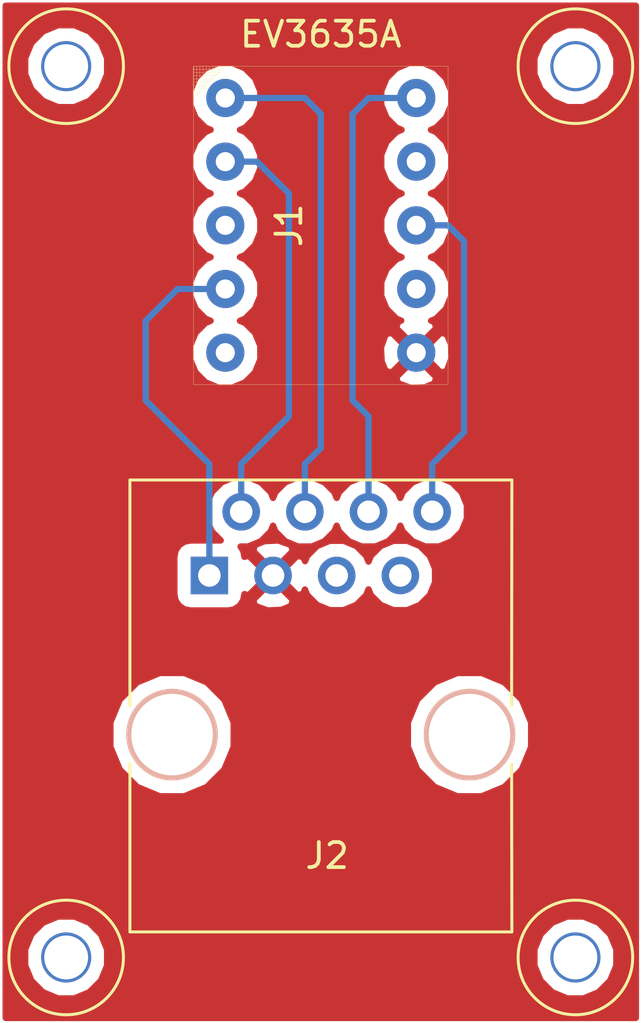
<source format=kicad_pcb>
(kicad_pcb (version 4) (host pcbnew 4.0.6-e0-6349~53~ubuntu16.04.1)

  (general
    (links 0)
    (no_connects 6)
    (area 139.414999 79.797 165.385001 123.455)
    (thickness 1.6)
    (drawings 4)
    (tracks 25)
    (zones 0)
    (modules 6)
    (nets 13)
  )

  (page A4)
  (layers
    (0 F.Cu signal)
    (31 B.Cu signal)
    (32 B.Adhes user)
    (33 F.Adhes user)
    (34 B.Paste user)
    (35 F.Paste user)
    (36 B.SilkS user)
    (37 F.SilkS user)
    (38 B.Mask user)
    (39 F.Mask user)
    (40 Dwgs.User user)
    (41 Cmts.User user)
    (42 Eco1.User user)
    (43 Eco2.User user)
    (44 Edge.Cuts user)
    (45 Margin user)
    (46 B.CrtYd user)
    (47 F.CrtYd user)
    (48 B.Fab user)
    (49 F.Fab user)
  )

  (setup
    (last_trace_width 0.25)
    (trace_clearance 0.2)
    (zone_clearance 0.508)
    (zone_45_only no)
    (trace_min 0.2)
    (segment_width 0.2)
    (edge_width 0.15)
    (via_size 0.6)
    (via_drill 0.4)
    (via_min_size 0.4)
    (via_min_drill 0.3)
    (uvia_size 0.3)
    (uvia_drill 0.1)
    (uvias_allowed no)
    (uvia_min_size 0.2)
    (uvia_min_drill 0.1)
    (pcb_text_width 0.3)
    (pcb_text_size 1.5 1.5)
    (mod_edge_width 0.15)
    (mod_text_size 1 1)
    (mod_text_width 0.15)
    (pad_size 2 2)
    (pad_drill 1.75)
    (pad_to_mask_clearance 0.2)
    (aux_axis_origin 0 0)
    (visible_elements FFFFFF7F)
    (pcbplotparams
      (layerselection 0x00030_80000001)
      (usegerberextensions false)
      (excludeedgelayer true)
      (linewidth 0.100000)
      (plotframeref false)
      (viasonmask false)
      (mode 1)
      (useauxorigin false)
      (hpglpennumber 1)
      (hpglpenspeed 20)
      (hpglpendiameter 15)
      (hpglpenoverlay 2)
      (psnegative false)
      (psa4output false)
      (plotreference true)
      (plotvalue true)
      (plotinvisibletext false)
      (padsonsilk false)
      (subtractmaskfromsilk false)
      (outputformat 1)
      (mirror false)
      (drillshape 1)
      (scaleselection 1)
      (outputdirectory ""))
  )

  (net 0 "")
  (net 1 "SDO(MISO)")
  (net 2 "SCS(CSN)(SS)")
  (net 3 TEST)
  (net 4 DVDD)
  (net 5 AVDD)
  (net 6 GND)
  (net 7 VPP)
  (net 8 "SDA(MOSI)")
  (net 9 INT)
  (net 10 "SCL(SCK)")
  (net 11 "Net-(J2-Pad5)")
  (net 12 "Net-(J2-Pad7)")

  (net_class Default "This is the default net class."
    (clearance 0.2)
    (trace_width 0.25)
    (via_dia 0.6)
    (via_drill 0.4)
    (uvia_dia 0.3)
    (uvia_drill 0.1)
    (add_net AVDD)
    (add_net DVDD)
    (add_net GND)
    (add_net INT)
    (add_net "Net-(J2-Pad5)")
    (add_net "Net-(J2-Pad7)")
    (add_net "SCL(SCK)")
    (add_net "SCS(CSN)(SS)")
    (add_net "SDA(MOSI)")
    (add_net "SDO(MISO)")
    (add_net TEST)
    (add_net VPP)
  )

  (module Connect:1pin (layer F.Cu) (tedit 58C46AAD) (tstamp 58C471D5)
    (at 162.56 119.38)
    (descr "module 1 pin (ou trou mecanique de percage)")
    (tags DEV)
    (fp_text reference REF** (at 0 -3.048) (layer F.SilkS) hide
      (effects (font (size 1 1) (thickness 0.15)))
    )
    (fp_text value 1pin (at 0 3) (layer F.Fab) hide
      (effects (font (size 1 1) (thickness 0.15)))
    )
    (fp_circle (center 0 0) (end 2 0.8) (layer F.Fab) (width 0.1))
    (fp_circle (center 0 0) (end 2.6 0) (layer F.CrtYd) (width 0.05))
    (fp_circle (center 0 0) (end 0 -2.286) (layer F.SilkS) (width 0.12))
    (pad "" np_thru_hole circle (at 0 0) (size 2 2) (drill 1.75) (layers *.Cu *.Mask))
  )

  (module Connect:1pin (layer F.Cu) (tedit 58C46AAD) (tstamp 58C471D1)
    (at 142.24 119.38)
    (descr "module 1 pin (ou trou mecanique de percage)")
    (tags DEV)
    (fp_text reference REF** (at 0 -3.048) (layer F.SilkS) hide
      (effects (font (size 1 1) (thickness 0.15)))
    )
    (fp_text value 1pin (at 0 3) (layer F.Fab) hide
      (effects (font (size 1 1) (thickness 0.15)))
    )
    (fp_circle (center 0 0) (end 2 0.8) (layer F.Fab) (width 0.1))
    (fp_circle (center 0 0) (end 2.6 0) (layer F.CrtYd) (width 0.05))
    (fp_circle (center 0 0) (end 0 -2.286) (layer F.SilkS) (width 0.12))
    (pad "" np_thru_hole circle (at 0 0) (size 2 2) (drill 1.75) (layers *.Cu *.Mask))
  )

  (module Connect:1pin (layer F.Cu) (tedit 58C46AAD) (tstamp 58C471CD)
    (at 162.56 83.82)
    (descr "module 1 pin (ou trou mecanique de percage)")
    (tags DEV)
    (fp_text reference REF** (at 0 -3.048) (layer F.SilkS) hide
      (effects (font (size 1 1) (thickness 0.15)))
    )
    (fp_text value 1pin (at 0 3) (layer F.Fab) hide
      (effects (font (size 1 1) (thickness 0.15)))
    )
    (fp_circle (center 0 0) (end 2 0.8) (layer F.Fab) (width 0.1))
    (fp_circle (center 0 0) (end 2.6 0) (layer F.CrtYd) (width 0.05))
    (fp_circle (center 0 0) (end 0 -2.286) (layer F.SilkS) (width 0.12))
    (pad "" np_thru_hole circle (at 0 0) (size 2 2) (drill 1.75) (layers *.Cu *.Mask))
  )

  (module Connect:RJ45_8 (layer F.Cu) (tedit 0) (tstamp 58C46A5E)
    (at 147.955 104.14)
    (tags RJ45)
    (path /58C46065)
    (fp_text reference J2 (at 4.7 11.18) (layer F.SilkS)
      (effects (font (size 1 1) (thickness 0.15)))
    )
    (fp_text value RJ45 (at 4.59 6.25) (layer F.Fab)
      (effects (font (size 1 1) (thickness 0.15)))
    )
    (fp_line (start -3.17 14.22) (end 12.07 14.22) (layer F.SilkS) (width 0.12))
    (fp_line (start 12.07 -3.81) (end 12.06 5.18) (layer F.SilkS) (width 0.12))
    (fp_line (start 12.07 -3.81) (end -3.17 -3.81) (layer F.SilkS) (width 0.12))
    (fp_line (start -3.17 -3.81) (end -3.17 5.19) (layer F.SilkS) (width 0.12))
    (fp_line (start 12.06 7.52) (end 12.07 14.22) (layer F.SilkS) (width 0.12))
    (fp_line (start -3.17 7.51) (end -3.17 14.22) (layer F.SilkS) (width 0.12))
    (fp_line (start -3.56 -4.06) (end 12.46 -4.06) (layer F.CrtYd) (width 0.05))
    (fp_line (start -3.56 -4.06) (end -3.56 14.47) (layer F.CrtYd) (width 0.05))
    (fp_line (start 12.46 14.47) (end 12.46 -4.06) (layer F.CrtYd) (width 0.05))
    (fp_line (start 12.46 14.47) (end -3.56 14.47) (layer F.CrtYd) (width 0.05))
    (pad Hole np_thru_hole circle (at 10.38 6.35) (size 3.65 3.65) (drill 3.25) (layers *.Cu *.SilkS *.Mask))
    (pad Hole np_thru_hole circle (at -1.49 6.35) (size 3.65 3.65) (drill 3.25) (layers *.Cu *.SilkS *.Mask))
    (pad 1 thru_hole rect (at 0 0) (size 1.5 1.5) (drill 0.9) (layers *.Cu *.Mask)
      (net 4 DVDD))
    (pad 2 thru_hole circle (at 1.27 -2.54) (size 1.5 1.5) (drill 0.9) (layers *.Cu *.Mask)
      (net 2 "SCS(CSN)(SS)"))
    (pad 3 thru_hole circle (at 2.54 0) (size 1.5 1.5) (drill 0.9) (layers *.Cu *.Mask)
      (net 6 GND))
    (pad 4 thru_hole circle (at 3.81 -2.54) (size 1.5 1.5) (drill 0.9) (layers *.Cu *.Mask)
      (net 1 "SDO(MISO)"))
    (pad 5 thru_hole circle (at 5.08 0) (size 1.5 1.5) (drill 0.9) (layers *.Cu *.Mask)
      (net 11 "Net-(J2-Pad5)"))
    (pad 6 thru_hole circle (at 6.35 -2.54) (size 1.5 1.5) (drill 0.9) (layers *.Cu *.Mask)
      (net 10 "SCL(SCK)"))
    (pad 7 thru_hole circle (at 7.62 0) (size 1.5 1.5) (drill 0.9) (layers *.Cu *.Mask)
      (net 12 "Net-(J2-Pad7)"))
    (pad 8 thru_hole circle (at 8.89 -2.54) (size 1.5 1.5) (drill 0.9) (layers *.Cu *.Mask)
      (net 8 "SDA(MOSI)"))
    (model Connectors.3dshapes/RJ45_8.wrl
      (at (xyz 0.18 -0.25 0))
      (scale (xyz 0.4 0.4 0.4))
      (rotate (xyz 0 0 0))
    )
  )

  (module SeniorDesignFootprints:EV3635A (layer F.Cu) (tedit 58C4695B) (tstamp 58C4713E)
    (at 153.67 90.17)
    (descr 9)
    (path /58C45E17)
    (fp_text reference J1 (at -2.54 0 90) (layer F.SilkS)
      (effects (font (size 1 1) (thickness 0.15)))
    )
    (fp_text value EV3635A (at -1.27 -7.62) (layer F.SilkS)
      (effects (font (size 1 1) (thickness 0.15)))
    )
    (fp_line (start -6.35 -5.207) (end -6.35 -5.08) (layer F.SilkS) (width 0.01))
    (fp_line (start -6.223 -5.207) (end -6.35 -5.207) (layer F.SilkS) (width 0.01))
    (fp_line (start -6.096 -5.334) (end -6.223 -5.207) (layer F.SilkS) (width 0.01))
    (fp_line (start -6.35 -5.334) (end -6.096 -5.334) (layer F.SilkS) (width 0.01))
    (fp_line (start -6.35 -5.461) (end -6.35 -5.334) (layer F.SilkS) (width 0.01))
    (fp_line (start -5.969 -5.461) (end -6.35 -5.461) (layer F.SilkS) (width 0.01))
    (fp_line (start -5.842 -5.588) (end -5.969 -5.461) (layer F.SilkS) (width 0.01))
    (fp_line (start -6.35 -5.588) (end -5.842 -5.588) (layer F.SilkS) (width 0.01))
    (fp_line (start -6.35 -5.715) (end -6.35 -5.588) (layer F.SilkS) (width 0.01))
    (fp_line (start -5.715 -5.715) (end -6.35 -5.715) (layer F.SilkS) (width 0.01))
    (fp_line (start -5.588 -5.842) (end -5.715 -5.715) (layer F.SilkS) (width 0.01))
    (fp_line (start -6.35 -5.842) (end -5.588 -5.842) (layer F.SilkS) (width 0.01))
    (fp_line (start -6.35 -5.969) (end -6.35 -5.842) (layer F.SilkS) (width 0.01))
    (fp_line (start -5.461 -5.969) (end -6.35 -5.969) (layer F.SilkS) (width 0.01))
    (fp_line (start -5.334 -6.096) (end -5.461 -5.969) (layer F.SilkS) (width 0.01))
    (fp_line (start -6.35 -6.096) (end -5.334 -6.096) (layer F.SilkS) (width 0.01))
    (fp_line (start -6.35 -6.223) (end -6.35 -6.096) (layer F.SilkS) (width 0.01))
    (fp_line (start -5.207 -6.223) (end -6.35 -6.223) (layer F.SilkS) (width 0.01))
    (fp_line (start -5.207 -6.35) (end -5.207 -6.223) (layer F.SilkS) (width 0.01))
    (fp_line (start -5.334 -6.35) (end -5.207 -6.35) (layer F.SilkS) (width 0.01))
    (fp_line (start -5.334 -6.096) (end -5.334 -6.35) (layer F.SilkS) (width 0.01))
    (fp_line (start -5.461 -5.969) (end -5.334 -6.096) (layer F.SilkS) (width 0.01))
    (fp_line (start -5.461 -6.35) (end -5.461 -5.969) (layer F.SilkS) (width 0.01))
    (fp_line (start -5.588 -6.35) (end -5.461 -6.35) (layer F.SilkS) (width 0.01))
    (fp_line (start -5.588 -5.842) (end -5.588 -6.35) (layer F.SilkS) (width 0.01))
    (fp_line (start -5.715 -5.715) (end -5.588 -5.842) (layer F.SilkS) (width 0.01))
    (fp_line (start -5.715 -6.35) (end -5.715 -5.715) (layer F.SilkS) (width 0.01))
    (fp_line (start -5.842 -6.35) (end -5.715 -6.35) (layer F.SilkS) (width 0.01))
    (fp_line (start -5.842 -5.588) (end -5.842 -6.35) (layer F.SilkS) (width 0.01))
    (fp_line (start -5.969 -5.461) (end -5.842 -5.588) (layer F.SilkS) (width 0.01))
    (fp_line (start -5.969 -6.35) (end -5.969 -5.461) (layer F.SilkS) (width 0.01))
    (fp_line (start -6.096 -6.35) (end -5.969 -6.35) (layer F.SilkS) (width 0.01))
    (fp_line (start -6.096 -5.334) (end -6.096 -6.35) (layer F.SilkS) (width 0.01))
    (fp_line (start -6.223 -5.207) (end -6.096 -5.334) (layer F.SilkS) (width 0.01))
    (fp_line (start -6.223 -6.35) (end -6.223 -5.207) (layer F.SilkS) (width 0.01))
    (fp_line (start -6.35 -6.35) (end -6.223 -6.35) (layer F.SilkS) (width 0.01))
    (fp_line (start -6.35 -5.08) (end -6.35 -6.35) (layer F.SilkS) (width 0.01))
    (fp_line (start -5.08 -6.35) (end -6.35 -5.08) (layer F.SilkS) (width 0.01))
    (fp_line (start -6.35 -5.08) (end -6.35 -6.35) (layer F.SilkS) (width 0.01))
    (fp_line (start -6.35 -6.35) (end -5.08 -6.35) (layer F.SilkS) (width 0.01))
    (fp_line (start -6.35 -6.35) (end -6.35 6.35) (layer F.SilkS) (width 0.01))
    (fp_line (start -6.35 6.35) (end 3.81 6.35) (layer F.SilkS) (width 0.01))
    (fp_line (start 3.81 6.35) (end 3.81 -6.35) (layer F.SilkS) (width 0.01))
    (fp_line (start 3.81 -6.35) (end -6.35 -6.35) (layer F.SilkS) (width 0.01))
    (pad 1 thru_hole circle (at -5.08 -5.08) (size 1.524 1.524) (drill 0.762) (layers *.Cu *.Mask)
      (net 1 "SDO(MISO)"))
    (pad 2 thru_hole circle (at -5.08 -2.54) (size 1.524 1.524) (drill 0.762) (layers *.Cu *.Mask)
      (net 2 "SCS(CSN)(SS)"))
    (pad 3 thru_hole circle (at -5.08 0) (size 1.524 1.524) (drill 0.762) (layers *.Cu *.Mask)
      (net 3 TEST))
    (pad 4 thru_hole circle (at -5.08 2.54) (size 1.524 1.524) (drill 0.762) (layers *.Cu *.Mask)
      (net 4 DVDD))
    (pad 5 thru_hole circle (at -5.08 5.08) (size 1.524 1.524) (drill 0.762) (layers *.Cu *.Mask)
      (net 5 AVDD))
    (pad 6 thru_hole circle (at 2.54 5.08) (size 1.524 1.524) (drill 0.762) (layers *.Cu *.Mask)
      (net 6 GND))
    (pad 7 thru_hole circle (at 2.54 2.54) (size 1.524 1.524) (drill 0.762) (layers *.Cu *.Mask)
      (net 7 VPP))
    (pad 8 thru_hole circle (at 2.54 0) (size 1.524 1.524) (drill 0.762) (layers *.Cu *.Mask)
      (net 8 "SDA(MOSI)"))
    (pad 9 thru_hole circle (at 2.54 -2.54) (size 1.524 1.524) (drill 0.762) (layers *.Cu *.Mask)
      (net 9 INT))
    (pad 10 thru_hole circle (at 2.54 -5.08) (size 1.524 1.524) (drill 0.762) (layers *.Cu *.Mask)
      (net 10 "SCL(SCK)"))
  )

  (module Connect:1pin (layer F.Cu) (tedit 58C46AAD) (tstamp 58C471B7)
    (at 142.24 83.82)
    (descr "module 1 pin (ou trou mecanique de percage)")
    (tags DEV)
    (fp_text reference REF** (at 0 -3.048) (layer F.SilkS) hide
      (effects (font (size 1 1) (thickness 0.15)))
    )
    (fp_text value 1pin (at 0 3) (layer F.Fab) hide
      (effects (font (size 1 1) (thickness 0.15)))
    )
    (fp_circle (center 0 0) (end 2 0.8) (layer F.Fab) (width 0.1))
    (fp_circle (center 0 0) (end 2.6 0) (layer F.CrtYd) (width 0.05))
    (fp_circle (center 0 0) (end 0 -2.286) (layer F.SilkS) (width 0.12))
    (pad "" np_thru_hole circle (at 0 0) (size 2 2) (drill 1.75) (layers *.Cu *.Mask))
  )

  (gr_line (start 165.1 81.28) (end 139.7 81.28) (angle 90) (layer Dwgs.User) (width 0.2))
  (gr_line (start 165.1 121.92) (end 165.1 81.28) (angle 90) (layer Dwgs.User) (width 0.2))
  (gr_line (start 139.7 121.92) (end 165.1 121.92) (angle 90) (layer Dwgs.User) (width 0.2))
  (gr_line (start 139.7 81.28) (end 139.7 121.92) (angle 90) (layer Dwgs.User) (width 0.2))

  (segment (start 148.59 85.09) (end 151.765 85.09) (width 0.25) (layer B.Cu) (net 1))
  (segment (start 151.765 85.09) (end 152.4 85.725) (width 0.25) (layer B.Cu) (net 1))
  (segment (start 152.4 85.725) (end 152.4 99.06) (width 0.25) (layer B.Cu) (net 1))
  (segment (start 152.4 99.06) (end 151.765 99.695) (width 0.25) (layer B.Cu) (net 1))
  (segment (start 151.765 99.695) (end 151.765 101.6) (width 0.25) (layer B.Cu) (net 1))
  (segment (start 149.225 101.6) (end 149.225 99.695) (width 0.25) (layer B.Cu) (net 2))
  (segment (start 149.225 99.695) (end 151.13 97.79) (width 0.25) (layer B.Cu) (net 2))
  (segment (start 151.13 97.79) (end 151.13 88.9) (width 0.25) (layer B.Cu) (net 2))
  (segment (start 151.13 88.9) (end 149.86 87.63) (width 0.25) (layer B.Cu) (net 2))
  (segment (start 149.86 87.63) (end 148.59 87.63) (width 0.25) (layer B.Cu) (net 2))
  (segment (start 147.955 104.14) (end 147.955 99.695) (width 0.25) (layer B.Cu) (net 4))
  (segment (start 146.685 92.71) (end 148.59 92.71) (width 0.25) (layer B.Cu) (net 4) (tstamp 58C46A75))
  (segment (start 145.415 93.98) (end 146.685 92.71) (width 0.25) (layer B.Cu) (net 4) (tstamp 58C46A74))
  (segment (start 145.415 97.155) (end 145.415 93.98) (width 0.25) (layer B.Cu) (net 4) (tstamp 58C46A72))
  (segment (start 147.955 99.695) (end 145.415 97.155) (width 0.25) (layer B.Cu) (net 4) (tstamp 58C46A70))
  (segment (start 158.115 90.805) (end 157.48 90.17) (width 0.25) (layer B.Cu) (net 8))
  (segment (start 157.48 90.17) (end 156.21 90.17) (width 0.25) (layer B.Cu) (net 8))
  (segment (start 158.115 98.425) (end 158.115 90.805) (width 0.25) (layer B.Cu) (net 8))
  (segment (start 156.845 99.695) (end 158.115 98.425) (width 0.25) (layer B.Cu) (net 8))
  (segment (start 156.845 101.6) (end 156.845 99.695) (width 0.25) (layer B.Cu) (net 8))
  (segment (start 154.305 101.6) (end 154.305 97.79) (width 0.25) (layer B.Cu) (net 10))
  (segment (start 154.305 97.79) (end 153.67 97.155) (width 0.25) (layer B.Cu) (net 10))
  (segment (start 153.67 97.155) (end 153.67 85.725) (width 0.25) (layer B.Cu) (net 10))
  (segment (start 153.67 85.725) (end 154.305 85.09) (width 0.25) (layer B.Cu) (net 10))
  (segment (start 154.305 85.09) (end 156.21 85.09) (width 0.25) (layer B.Cu) (net 10))

  (zone (net 6) (net_name GND) (layer F.Cu) (tstamp 58C46A6F) (hatch edge 0.508)
    (connect_pads (clearance 0.508))
    (min_thickness 0.254)
    (fill yes (arc_segments 16) (thermal_gap 0.508) (thermal_bridge_width 0.508))
    (polygon
      (pts
        (xy 165.1 121.92) (xy 139.7 121.92) (xy 139.7 81.28) (xy 165.1 81.28)
      )
    )
    (filled_polygon
      (pts
        (xy 164.973 121.793) (xy 139.827 121.793) (xy 139.827 119.703795) (xy 140.604716 119.703795) (xy 140.853106 120.304943)
        (xy 141.312637 120.765278) (xy 141.913352 121.014716) (xy 142.563795 121.015284) (xy 143.164943 120.766894) (xy 143.625278 120.307363)
        (xy 143.874716 119.706648) (xy 143.874718 119.703795) (xy 160.924716 119.703795) (xy 161.173106 120.304943) (xy 161.632637 120.765278)
        (xy 162.233352 121.014716) (xy 162.883795 121.015284) (xy 163.484943 120.766894) (xy 163.945278 120.307363) (xy 164.194716 119.706648)
        (xy 164.195284 119.056205) (xy 163.946894 118.455057) (xy 163.487363 117.994722) (xy 162.886648 117.745284) (xy 162.236205 117.744716)
        (xy 161.635057 117.993106) (xy 161.174722 118.452637) (xy 160.925284 119.053352) (xy 160.924716 119.703795) (xy 143.874718 119.703795)
        (xy 143.875284 119.056205) (xy 143.626894 118.455057) (xy 143.167363 117.994722) (xy 142.566648 117.745284) (xy 141.916205 117.744716)
        (xy 141.315057 117.993106) (xy 140.854722 118.452637) (xy 140.605284 119.053352) (xy 140.604716 119.703795) (xy 139.827 119.703795)
        (xy 139.827 110.977177) (xy 144.004574 110.977177) (xy 144.378298 111.881657) (xy 145.069703 112.57427) (xy 145.973529 112.949572)
        (xy 146.952177 112.950426) (xy 147.856657 112.576702) (xy 148.54927 111.885297) (xy 148.924572 110.981471) (xy 148.924575 110.977177)
        (xy 155.874574 110.977177) (xy 156.248298 111.881657) (xy 156.939703 112.57427) (xy 157.843529 112.949572) (xy 158.822177 112.950426)
        (xy 159.726657 112.576702) (xy 160.41927 111.885297) (xy 160.794572 110.981471) (xy 160.795426 110.002823) (xy 160.421702 109.098343)
        (xy 159.730297 108.40573) (xy 158.826471 108.030428) (xy 157.847823 108.029574) (xy 156.943343 108.403298) (xy 156.25073 109.094703)
        (xy 155.875428 109.998529) (xy 155.874574 110.977177) (xy 148.924575 110.977177) (xy 148.925426 110.002823) (xy 148.551702 109.098343)
        (xy 147.860297 108.40573) (xy 146.956471 108.030428) (xy 145.977823 108.029574) (xy 145.073343 108.403298) (xy 144.38073 109.094703)
        (xy 144.005428 109.998529) (xy 144.004574 110.977177) (xy 139.827 110.977177) (xy 139.827 103.39) (xy 146.55756 103.39)
        (xy 146.55756 104.89) (xy 146.601838 105.125317) (xy 146.74091 105.341441) (xy 146.95311 105.486431) (xy 147.205 105.53744)
        (xy 148.705 105.53744) (xy 148.940317 105.493162) (xy 149.156441 105.35409) (xy 149.301431 105.14189) (xy 149.307581 105.111517)
        (xy 149.703088 105.111517) (xy 149.771077 105.35246) (xy 150.290171 105.537201) (xy 150.840448 105.50923) (xy 151.218923 105.35246)
        (xy 151.286912 105.111517) (xy 150.495 104.319605) (xy 149.703088 105.111517) (xy 149.307581 105.111517) (xy 149.35244 104.89)
        (xy 149.35244 104.883647) (xy 149.523483 104.931912) (xy 150.315395 104.14) (xy 150.674605 104.14) (xy 151.466517 104.931912)
        (xy 151.70746 104.863923) (xy 151.766732 104.697379) (xy 151.860169 104.923515) (xy 152.249436 105.313461) (xy 152.758298 105.524759)
        (xy 153.309285 105.52524) (xy 153.818515 105.314831) (xy 154.208461 104.925564) (xy 154.304976 104.69313) (xy 154.400169 104.923515)
        (xy 154.789436 105.313461) (xy 155.298298 105.524759) (xy 155.849285 105.52524) (xy 156.358515 105.314831) (xy 156.748461 104.925564)
        (xy 156.959759 104.416702) (xy 156.96024 103.865715) (xy 156.749831 103.356485) (xy 156.360564 102.966539) (xy 155.851702 102.755241)
        (xy 155.300715 102.75476) (xy 154.791485 102.965169) (xy 154.401539 103.354436) (xy 154.305024 103.58687) (xy 154.209831 103.356485)
        (xy 153.820564 102.966539) (xy 153.311702 102.755241) (xy 152.760715 102.75476) (xy 152.251485 102.965169) (xy 151.861539 103.354436)
        (xy 151.771623 103.570979) (xy 151.70746 103.416077) (xy 151.466517 103.348088) (xy 150.674605 104.14) (xy 150.315395 104.14)
        (xy 149.523483 103.348088) (xy 149.35244 103.396353) (xy 149.35244 103.39) (xy 149.310759 103.168483) (xy 149.703088 103.168483)
        (xy 150.495 103.960395) (xy 151.286912 103.168483) (xy 151.218923 102.92754) (xy 150.699829 102.742799) (xy 150.149552 102.77077)
        (xy 149.771077 102.92754) (xy 149.703088 103.168483) (xy 149.310759 103.168483) (xy 149.308162 103.154683) (xy 149.19896 102.984978)
        (xy 149.499285 102.98524) (xy 150.008515 102.774831) (xy 150.398461 102.385564) (xy 150.494976 102.15313) (xy 150.590169 102.383515)
        (xy 150.979436 102.773461) (xy 151.488298 102.984759) (xy 152.039285 102.98524) (xy 152.548515 102.774831) (xy 152.938461 102.385564)
        (xy 153.034976 102.15313) (xy 153.130169 102.383515) (xy 153.519436 102.773461) (xy 154.028298 102.984759) (xy 154.579285 102.98524)
        (xy 155.088515 102.774831) (xy 155.478461 102.385564) (xy 155.574976 102.15313) (xy 155.670169 102.383515) (xy 156.059436 102.773461)
        (xy 156.568298 102.984759) (xy 157.119285 102.98524) (xy 157.628515 102.774831) (xy 158.018461 102.385564) (xy 158.229759 101.876702)
        (xy 158.23024 101.325715) (xy 158.019831 100.816485) (xy 157.630564 100.426539) (xy 157.121702 100.215241) (xy 156.570715 100.21476)
        (xy 156.061485 100.425169) (xy 155.671539 100.814436) (xy 155.575024 101.04687) (xy 155.479831 100.816485) (xy 155.090564 100.426539)
        (xy 154.581702 100.215241) (xy 154.030715 100.21476) (xy 153.521485 100.425169) (xy 153.131539 100.814436) (xy 153.035024 101.04687)
        (xy 152.939831 100.816485) (xy 152.550564 100.426539) (xy 152.041702 100.215241) (xy 151.490715 100.21476) (xy 150.981485 100.425169)
        (xy 150.591539 100.814436) (xy 150.495024 101.04687) (xy 150.399831 100.816485) (xy 150.010564 100.426539) (xy 149.501702 100.215241)
        (xy 148.950715 100.21476) (xy 148.441485 100.425169) (xy 148.051539 100.814436) (xy 147.840241 101.323298) (xy 147.83976 101.874285)
        (xy 148.050169 102.383515) (xy 148.408589 102.74256) (xy 147.205 102.74256) (xy 146.969683 102.786838) (xy 146.753559 102.92591)
        (xy 146.608569 103.13811) (xy 146.55756 103.39) (xy 139.827 103.39) (xy 139.827 84.143795) (xy 140.604716 84.143795)
        (xy 140.853106 84.744943) (xy 141.312637 85.205278) (xy 141.913352 85.454716) (xy 142.563795 85.455284) (xy 142.778278 85.366661)
        (xy 147.192758 85.366661) (xy 147.40499 85.880303) (xy 147.79763 86.273629) (xy 148.005512 86.359949) (xy 147.799697 86.44499)
        (xy 147.406371 86.83763) (xy 147.193243 87.3509) (xy 147.192758 87.906661) (xy 147.40499 88.420303) (xy 147.79763 88.813629)
        (xy 148.005512 88.899949) (xy 147.799697 88.98499) (xy 147.406371 89.37763) (xy 147.193243 89.8909) (xy 147.192758 90.446661)
        (xy 147.40499 90.960303) (xy 147.79763 91.353629) (xy 148.005512 91.439949) (xy 147.799697 91.52499) (xy 147.406371 91.91763)
        (xy 147.193243 92.4309) (xy 147.192758 92.986661) (xy 147.40499 93.500303) (xy 147.79763 93.893629) (xy 148.005512 93.979949)
        (xy 147.799697 94.06499) (xy 147.406371 94.45763) (xy 147.193243 94.9709) (xy 147.192758 95.526661) (xy 147.40499 96.040303)
        (xy 147.79763 96.433629) (xy 148.3109 96.646757) (xy 148.866661 96.647242) (xy 149.380303 96.43501) (xy 149.585457 96.230213)
        (xy 155.409392 96.230213) (xy 155.478857 96.472397) (xy 156.002302 96.659144) (xy 156.557368 96.631362) (xy 156.941143 96.472397)
        (xy 157.010608 96.230213) (xy 156.21 95.429605) (xy 155.409392 96.230213) (xy 149.585457 96.230213) (xy 149.773629 96.04237)
        (xy 149.986757 95.5291) (xy 149.987181 95.042302) (xy 154.800856 95.042302) (xy 154.828638 95.597368) (xy 154.987603 95.981143)
        (xy 155.229787 96.050608) (xy 156.030395 95.25) (xy 156.389605 95.25) (xy 157.190213 96.050608) (xy 157.432397 95.981143)
        (xy 157.619144 95.457698) (xy 157.591362 94.902632) (xy 157.432397 94.518857) (xy 157.190213 94.449392) (xy 156.389605 95.25)
        (xy 156.030395 95.25) (xy 155.229787 94.449392) (xy 154.987603 94.518857) (xy 154.800856 95.042302) (xy 149.987181 95.042302)
        (xy 149.987242 94.973339) (xy 149.77501 94.459697) (xy 149.38237 94.066371) (xy 149.174488 93.980051) (xy 149.380303 93.89501)
        (xy 149.773629 93.50237) (xy 149.986757 92.9891) (xy 149.987242 92.433339) (xy 149.77501 91.919697) (xy 149.38237 91.526371)
        (xy 149.174488 91.440051) (xy 149.380303 91.35501) (xy 149.773629 90.96237) (xy 149.986757 90.4491) (xy 149.987242 89.893339)
        (xy 149.77501 89.379697) (xy 149.38237 88.986371) (xy 149.174488 88.900051) (xy 149.380303 88.81501) (xy 149.773629 88.42237)
        (xy 149.986757 87.9091) (xy 149.987242 87.353339) (xy 149.77501 86.839697) (xy 149.38237 86.446371) (xy 149.174488 86.360051)
        (xy 149.380303 86.27501) (xy 149.773629 85.88237) (xy 149.986757 85.3691) (xy 149.986759 85.366661) (xy 154.812758 85.366661)
        (xy 155.02499 85.880303) (xy 155.41763 86.273629) (xy 155.625512 86.359949) (xy 155.419697 86.44499) (xy 155.026371 86.83763)
        (xy 154.813243 87.3509) (xy 154.812758 87.906661) (xy 155.02499 88.420303) (xy 155.41763 88.813629) (xy 155.625512 88.899949)
        (xy 155.419697 88.98499) (xy 155.026371 89.37763) (xy 154.813243 89.8909) (xy 154.812758 90.446661) (xy 155.02499 90.960303)
        (xy 155.41763 91.353629) (xy 155.625512 91.439949) (xy 155.419697 91.52499) (xy 155.026371 91.91763) (xy 154.813243 92.4309)
        (xy 154.812758 92.986661) (xy 155.02499 93.500303) (xy 155.41763 93.893629) (xy 155.609727 93.973395) (xy 155.478857 94.027603)
        (xy 155.409392 94.269787) (xy 156.21 95.070395) (xy 157.010608 94.269787) (xy 156.941143 94.027603) (xy 156.800682 93.977491)
        (xy 157.000303 93.89501) (xy 157.393629 93.50237) (xy 157.606757 92.9891) (xy 157.607242 92.433339) (xy 157.39501 91.919697)
        (xy 157.00237 91.526371) (xy 156.794488 91.440051) (xy 157.000303 91.35501) (xy 157.393629 90.96237) (xy 157.606757 90.4491)
        (xy 157.607242 89.893339) (xy 157.39501 89.379697) (xy 157.00237 88.986371) (xy 156.794488 88.900051) (xy 157.000303 88.81501)
        (xy 157.393629 88.42237) (xy 157.606757 87.9091) (xy 157.607242 87.353339) (xy 157.39501 86.839697) (xy 157.00237 86.446371)
        (xy 156.794488 86.360051) (xy 157.000303 86.27501) (xy 157.393629 85.88237) (xy 157.606757 85.3691) (xy 157.607242 84.813339)
        (xy 157.39501 84.299697) (xy 157.23938 84.143795) (xy 160.924716 84.143795) (xy 161.173106 84.744943) (xy 161.632637 85.205278)
        (xy 162.233352 85.454716) (xy 162.883795 85.455284) (xy 163.484943 85.206894) (xy 163.945278 84.747363) (xy 164.194716 84.146648)
        (xy 164.195284 83.496205) (xy 163.946894 82.895057) (xy 163.487363 82.434722) (xy 162.886648 82.185284) (xy 162.236205 82.184716)
        (xy 161.635057 82.433106) (xy 161.174722 82.892637) (xy 160.925284 83.493352) (xy 160.924716 84.143795) (xy 157.23938 84.143795)
        (xy 157.00237 83.906371) (xy 156.4891 83.693243) (xy 155.933339 83.692758) (xy 155.419697 83.90499) (xy 155.026371 84.29763)
        (xy 154.813243 84.8109) (xy 154.812758 85.366661) (xy 149.986759 85.366661) (xy 149.987242 84.813339) (xy 149.77501 84.299697)
        (xy 149.38237 83.906371) (xy 148.8691 83.693243) (xy 148.313339 83.692758) (xy 147.799697 83.90499) (xy 147.406371 84.29763)
        (xy 147.193243 84.8109) (xy 147.192758 85.366661) (xy 142.778278 85.366661) (xy 143.164943 85.206894) (xy 143.625278 84.747363)
        (xy 143.874716 84.146648) (xy 143.875284 83.496205) (xy 143.626894 82.895057) (xy 143.167363 82.434722) (xy 142.566648 82.185284)
        (xy 141.916205 82.184716) (xy 141.315057 82.433106) (xy 140.854722 82.892637) (xy 140.605284 83.493352) (xy 140.604716 84.143795)
        (xy 139.827 84.143795) (xy 139.827 81.407) (xy 164.973 81.407)
      )
    )
  )
)

</source>
